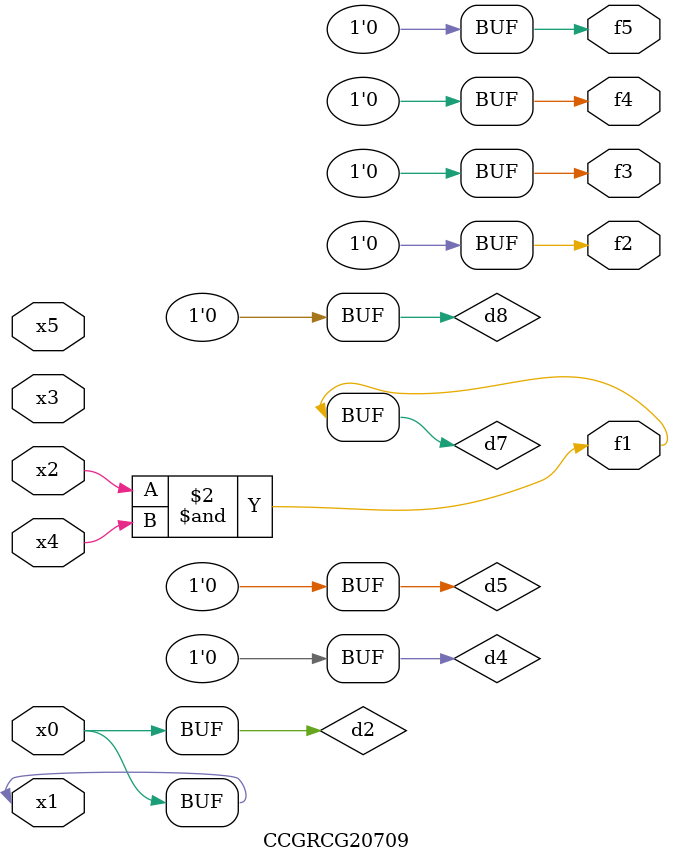
<source format=v>
module CCGRCG20709(
	input x0, x1, x2, x3, x4, x5,
	output f1, f2, f3, f4, f5
);

	wire d1, d2, d3, d4, d5, d6, d7, d8, d9;

	nand (d1, x1);
	buf (d2, x0, x1);
	nand (d3, x2, x4);
	and (d4, d1, d2);
	and (d5, d1, d2);
	nand (d6, d1, d3);
	not (d7, d3);
	xor (d8, d5);
	nor (d9, d5, d6);
	assign f1 = d7;
	assign f2 = d8;
	assign f3 = d8;
	assign f4 = d8;
	assign f5 = d8;
endmodule

</source>
